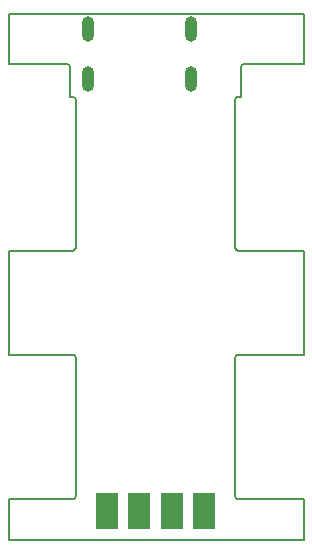
<source format=gbr>
G04 DesignSpark PCB PRO Gerber Version 10.0 Build 5299*
G04 #@! TF.Part,Single*
G04 #@! TF.FileFunction,Soldermask,Bot*
G04 #@! TF.FilePolarity,Negative*
%FSLAX35Y35*%
%MOIN*%
G04 #@! TA.AperFunction,ComponentPad*
%ADD27O,0.04137X0.08468*%
G04 #@! TD.AperFunction*
%ADD10C,0.00787*%
G04 #@! TA.AperFunction,ComponentPad*
%ADD29C,0.02562*%
G04 #@! TA.AperFunction,SMDPad,CuDef*
%AMT23*0 Offset Rectangle Pad at angle 180*4,1,4,0.03600,0.08411,-0.03600,0.08411,-0.03600,-0.03600,0.03600,-0.03600,0.03600,0.08411,0*%
%ADD23T23*%
G04 #@! TD.AperFunction*
X0Y0D02*
D02*
D10*
X5174Y15510D02*
Y28961D01*
X26530D01*
G75*
G03*
X27529Y29959I0J998D01*
G01*
Y76136D01*
G75*
G03*
X26530Y77135I-998J0D01*
G01*
X5174D01*
Y111829D01*
X26530D01*
G75*
G03*
X27529Y112828I0J998D01*
G01*
Y162126D01*
G75*
G03*
X26530Y163124I-998J0D01*
G01*
X25532D01*
Y173091D01*
G75*
G03*
X24533Y174090I-998J0D01*
G01*
X5174D01*
Y190706D01*
X103598D01*
Y174089D01*
X83690D01*
G75*
G03*
X82691Y173090I0J-999D01*
G01*
Y163124D01*
X81693D01*
G75*
G03*
X80695Y162126I0J-998D01*
G01*
Y112828D01*
G75*
G03*
X81693Y111830I998J0D01*
G01*
X103600D01*
Y77136D01*
X81693D01*
G75*
G03*
X80695Y76138I0J-998D01*
G01*
Y29959D01*
G75*
G03*
X81693Y28961I998J0D01*
G01*
X103600D01*
Y15510D01*
X5174D01*
D02*
D23*
X37912Y22750D03*
X48712D03*
X59512D03*
X70312D03*
D02*
D27*
X31795Y169156D03*
Y185613D03*
X65811Y169156D03*
Y185613D03*
D02*
D29*
X31795Y166991D03*
Y167766D03*
Y168565D03*
Y169746D03*
Y170534D03*
Y171321D03*
Y183447D03*
Y184235D03*
Y185022D03*
Y186203D03*
Y186991D03*
Y187778D03*
X65811Y166991D03*
Y167766D03*
Y168565D03*
Y169746D03*
Y170534D03*
Y171321D03*
Y183447D03*
Y184235D03*
Y185022D03*
Y186203D03*
Y186991D03*
Y187778D03*
X0Y0D02*
M02*

</source>
